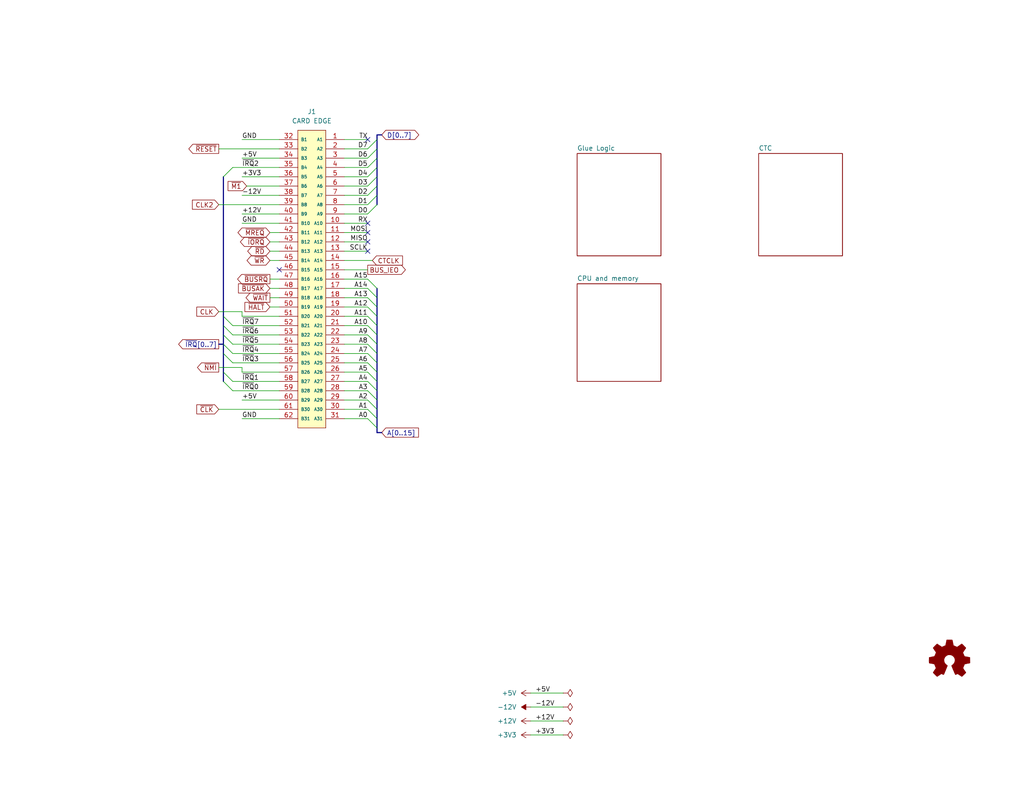
<source format=kicad_sch>
(kicad_sch (version 20230121) (generator eeschema)
  (paper "USLetter")
  (title_block (title "Core component card") (date "2023-09-20") (rev "3") (company "Frédéric Segard, aka Micro Hobbyist") (comment 1 "youtune.com/@microhobbyist") (comment 2 "github.com/fredericsegard") (comment 4 "I want to thank John Winans, Grant Searle and Sergey Kiselev for inspiring me."))
  (lib_symbols
    (symbol "0_Library:ISA_CARD_CONNECTOR_8BIT" (pin_names (offset 0.762))
      (property "Reference" "J" (at 0 3.81 0))
      (property "Value" "ISA" (at 0 1.27 0))
      (symbol "ISA_CARD_CONNECTOR_8BIT_0_0"
        (pin passive line (at 8.89 -2.54 180) (length 5.08) (name "A1") (number "1"))
        (pin passive line (at 8.89 -25.4 180) (length 5.08) (name "A10") (number "10"))
        (pin passive line (at 8.89 -27.94 180) (length 5.08) (name "A11") (number "11"))
        (pin passive line (at 8.89 -30.48 180) (length 5.08) (name "A12") (number "12"))
        (pin passive line (at 8.89 -33.02 180) (length 5.08) (name "A13") (number "13"))
        (pin passive line (at 8.89 -35.56 180) (length 5.08) (name "A14") (number "14"))
        (pin passive line (at 8.89 -38.1 180) (length 5.08) (name "A15") (number "15"))
        (pin passive line (at 8.89 -40.64 180) (length 5.08) (name "A16") (number "16"))
        (pin passive line (at 8.89 -43.18 180) (length 5.08) (name "A17") (number "17"))
        (pin passive line (at 8.89 -45.72 180) (length 5.08) (name "A18") (number "18"))
        (pin passive line (at 8.89 -48.26 180) (length 5.08) (name "A19") (number "19"))
        (pin passive line (at 8.89 -5.08 180) (length 5.08) (name "A2") (number "2"))
        (pin passive line (at 8.89 -50.8 180) (length 5.08) (name "A20") (number "20"))
        (pin passive line (at 8.89 -53.34 180) (length 5.08) (name "A21") (number "21"))
        (pin passive line (at 8.89 -55.88 180) (length 5.08) (name "A22") (number "22"))
        (pin passive line (at 8.89 -58.42 180) (length 5.08) (name "A23") (number "23"))
        (pin passive line (at 8.89 -60.96 180) (length 5.08) (name "A24") (number "24"))
        (pin passive line (at 8.89 -63.5 180) (length 5.08) (name "A25") (number "25"))
        (pin passive line (at 8.89 -66.04 180) (length 5.08) (name "A26") (number "26"))
        (pin passive line (at 8.89 -68.58 180) (length 5.08) (name "A27") (number "27"))
        (pin passive line (at 8.89 -71.12 180) (length 5.08) (name "A28") (number "28"))
        (pin passive line (at 8.89 -73.66 180) (length 5.08) (name "A29") (number "29"))
        (pin passive line (at 8.89 -7.62 180) (length 5.08) (name "A3") (number "3"))
        (pin passive line (at 8.89 -76.2 180) (length 5.08) (name "A30") (number "30"))
        (pin passive line (at 8.89 -78.74 180) (length 5.08) (name "A31") (number "31"))
        (pin passive line (at -8.89 -2.54 0) (length 5.08) (name "B1") (number "32"))
        (pin passive line (at -8.89 -5.08 0) (length 5.08) (name "B2") (number "33"))
        (pin passive line (at -8.89 -7.62 0) (length 5.08) (name "B3") (number "34"))
        (pin passive line (at -8.89 -10.16 0) (length 5.08) (name "B4") (number "35"))
        (pin passive line (at -8.89 -12.7 0) (length 5.08) (name "B5") (number "36"))
        (pin passive line (at -8.89 -15.24 0) (length 5.08) (name "B6") (number "37"))
        (pin passive line (at -8.89 -17.78 0) (length 5.08) (name "B7") (number "38"))
        (pin passive line (at -8.89 -20.32 0) (length 5.08) (name "B8") (number "39"))
        (pin passive line (at 8.89 -10.16 180) (length 5.08) (name "A4") (number "4"))
        (pin passive line (at -8.89 -22.86 0) (length 5.08) (name "B9") (number "40"))
        (pin passive line (at -8.89 -25.4 0) (length 5.08) (name "B10") (number "41"))
        (pin passive line (at -8.89 -27.94 0) (length 5.08) (name "B11") (number "42"))
        (pin passive line (at -8.89 -30.48 0) (length 5.08) (name "B12") (number "43"))
        (pin passive line (at -8.89 -33.02 0) (length 5.08) (name "B13") (number "44"))
        (pin passive line (at -8.89 -35.56 0) (length 5.08) (name "B14") (number "45"))
        (pin passive line (at -8.89 -38.1 0) (length 5.08) (name "B15") (number "46"))
        (pin passive line (at -8.89 -40.64 0) (length 5.08) (name "B16") (number "47"))
        (pin passive line (at -8.89 -43.18 0) (length 5.08) (name "B17") (number "48"))
        (pin passive line (at -8.89 -45.72 0) (length 5.08) (name "B18") (number "49"))
        (pin passive line (at 8.89 -12.7 180) (length 5.08) (name "A5") (number "5"))
        (pin passive line (at -8.89 -48.26 0) (length 5.08) (name "B19") (number "50"))
        (pin passive line (at -8.89 -50.8 0) (length 5.08) (name "B20") (number "51"))
        (pin passive line (at -8.89 -53.34 0) (length 5.08) (name "B21") (number "52"))
        (pin passive line (at -8.89 -55.88 0) (length 5.08) (name "B22") (number "53"))
        (pin passive line (at -8.89 -58.42 0) (length 5.08) (name "B23") (number "54"))
        (pin passive line (at -8.89 -60.96 0) (length 5.08) (name "B24") (number "55"))
        (pin passive line (at -8.89 -63.5 0) (length 5.08) (name "B25") (number "56"))
        (pin passive line (at -8.89 -66.04 0) (length 5.08) (name "B26") (number "57"))
        (pin passive line (at -8.89 -68.58 0) (length 5.08) (name "B27") (number "58"))
        (pin passive line (at -8.89 -71.12 0) (length 5.08) (name "B28") (number "59"))
        (pin passive line (at 8.89 -15.24 180) (length 5.08) (name "A6") (number "6"))
        (pin passive line (at -8.89 -73.66 0) (length 5.08) (name "B29") (number "60"))
        (pin passive line (at -8.89 -76.2 0) (length 5.08) (name "B30") (number "61"))
        (pin passive line (at -8.89 -78.74 0) (length 5.08) (name "B31") (number "62"))
        (pin passive line (at 8.89 -17.78 180) (length 5.08) (name "A7") (number "7"))
        (pin passive line (at 8.89 -20.32 180) (length 5.08) (name "A8") (number "8"))
        (pin passive line (at 8.89 -22.86 180) (length 5.08) (name "A9") (number "9"))
      )
      (symbol "ISA_CARD_CONNECTOR_8BIT_0_1"
        (rectangle (start -3.81 0) (end 3.81 -81.28) (fill (type background)))
      )
    )
    (symbol "Graphic:Logo_Open_Hardware_Small" (in_bom no) (on_board no)
      (symbol "Logo_Open_Hardware_Small_0_1"
        (polyline (pts (xy 3.3528 -4.3434) (xy 3.302 -4.318) (xy 3.175 -4.2418) (xy 2.9972 -4.1148) (xy 2.7686 -3.9624) (xy 2.54 -3.81) (xy 2.3622 -3.7084) (xy 2.2352 -3.6068) (xy 2.1844 -3.5814) (xy 2.159 -3.6068) (xy 2.0574 -3.6576) (xy 1.905 -3.7338) (xy 1.8034 -3.7846) (xy 1.6764 -3.8354) (xy 1.6002 -3.8354) (xy 1.6002 -3.8354) (xy 1.5494 -3.7338) (xy 1.4732 -3.5306) (xy 1.3462 -3.302) (xy 1.2446 -3.0226) (xy 1.1176 -2.7178) (xy 0.9652 -2.413) (xy 0.8636 -2.1082) (xy 0.7366 -1.8288) (xy 0.6604 -1.6256) (xy 0.6096 -1.4732) (xy 0.5842 -1.397) (xy 0.5842 -1.397) (xy 0.6604 -1.3208) (xy 0.7874 -1.2446) (xy 1.0414 -1.016) (xy 1.2954 -0.6858) (xy 1.4478 -0.3302) (xy 1.524 0.0762) (xy 1.4732 0.4572) (xy 1.3208 0.8128) (xy 1.0668 1.143) (xy 0.762 1.3716) (xy 0.4064 1.524) (xy 0 1.5748) (xy -0.381 1.5494) (xy -0.7366 1.397) (xy -1.0668 1.143) (xy -1.2192 0.9906) (xy -1.397 0.6604) (xy -1.524 0.3048) (xy -1.524 0.2286) (xy -1.4986 -0.1778) (xy -1.397 -0.5334) (xy -1.1938 -0.8636) (xy -0.9144 -1.143) (xy -0.8636 -1.1684) (xy -0.7366 -1.27) (xy -0.635 -1.3462) (xy -0.5842 -1.397) (xy -1.0668 -2.5908) (xy -1.143 -2.794) (xy -1.2954 -3.1242) (xy -1.397 -3.4036) (xy -1.4986 -3.6322) (xy -1.5748 -3.7846) (xy -1.6002 -3.8354) (xy -1.6002 -3.8354) (xy -1.651 -3.8354) (xy -1.7272 -3.81) (xy -1.905 -3.7338) (xy -2.0066 -3.683) (xy -2.1336 -3.6068) (xy -2.2098 -3.5814) (xy -2.2606 -3.6068) (xy -2.3622 -3.683) (xy -2.54 -3.81) (xy -2.7686 -3.9624) (xy -2.9718 -4.0894) (xy -3.1496 -4.2164) (xy -3.302 -4.318) (xy -3.3528 -4.3434) (xy -3.3782 -4.3434) (xy -3.429 -4.318) (xy -3.5306 -4.2164) (xy -3.7084 -4.064) (xy -3.937 -3.8354) (xy -3.9624 -3.81) (xy -4.1656 -3.6068) (xy -4.318 -3.4544) (xy -4.4196 -3.3274) (xy -4.445 -3.2766) (xy -4.445 -3.2766) (xy -4.4196 -3.2258) (xy -4.318 -3.0734) (xy -4.2164 -2.8956) (xy -4.064 -2.667) (xy -3.6576 -2.0828) (xy -3.8862 -1.5494) (xy -3.937 -1.3716) (xy -4.0386 -1.1684) (xy -4.0894 -1.0414) (xy -4.1148 -0.9652) (xy -4.191 -0.9398) (xy -4.318 -0.9144) (xy -4.5466 -0.8636) (xy -4.8006 -0.8128) (xy -5.0546 -0.7874) (xy -5.2578 -0.7366) (xy -5.4356 -0.7112) (xy -5.5118 -0.6858) (xy -5.5118 -0.6858) (xy -5.5372 -0.635) (xy -5.5372 -0.5588) (xy -5.5372 -0.4318) (xy -5.5626 -0.2286) (xy -5.5626 0.0762) (xy -5.5626 0.127) (xy -5.5372 0.4064) (xy -5.5372 0.635) (xy -5.5372 0.762) (xy -5.5372 0.8382) (xy -5.5372 0.8382) (xy -5.461 0.8382) (xy -5.3086 0.889) (xy -5.08 0.9144) (xy -4.826 0.9652) (xy -4.8006 0.9906) (xy -4.5466 1.0414) (xy -4.318 1.0668) (xy -4.1656 1.1176) (xy -4.0894 1.143) (xy -4.0894 1.143) (xy -4.0386 1.2446) (xy -3.9624 1.4224) (xy -3.8608 1.6256) (xy -3.7846 1.8288) (xy -3.7084 2.0066) (xy -3.6576 2.159) (xy -3.6322 2.2098) (xy -3.6322 2.2098) (xy -3.683 2.286) (xy -3.7592 2.413) (xy -3.8862 2.5908) (xy -4.064 2.8194) (xy -4.064 2.8448) (xy -4.2164 3.0734) (xy -4.3434 3.2512) (xy -4.4196 3.3782) (xy -4.445 3.4544) (xy -4.445 3.4544) (xy -4.3942 3.5052) (xy -4.2926 3.6322) (xy -4.1148 3.81) (xy -3.937 4.0132) (xy -3.8608 4.064) (xy -3.6576 4.2926) (xy -3.5052 4.4196) (xy -3.4036 4.4958) (xy -3.3528 4.5212) (xy -3.3528 4.5212) (xy -3.302 4.4704) (xy -3.1496 4.3688) (xy -2.9718 4.2418) (xy -2.7432 4.0894) (xy -2.7178 4.0894) (xy -2.4892 3.937) (xy -2.3114 3.81) (xy -2.1844 3.7084) (xy -2.1336 3.683) (xy -2.1082 3.683) (xy -2.032 3.7084) (xy -1.8542 3.7592) (xy -1.6764 3.8354) (xy -1.4732 3.937) (xy -1.27 4.0132) (xy -1.143 4.064) (xy -1.0668 4.1148) (xy -1.0668 4.1148) (xy -1.0414 4.191) (xy -1.016 4.3434) (xy -0.9652 4.572) (xy -0.9144 4.8514) (xy -0.889 4.9022) (xy -0.8382 5.1562) (xy -0.8128 5.3848) (xy -0.7874 5.5372) (xy -0.762 5.588) (xy -0.7112 5.6134) (xy -0.5842 5.6134) (xy -0.4064 5.6134) (xy -0.1524 5.6134) (xy 0.0762 5.6134) (xy 0.3302 5.6134) (xy 0.5334 5.6134) (xy 0.6858 5.588) (xy 0.7366 5.588) (xy 0.7366 5.588) (xy 0.762 5.5118) (xy 0.8128 5.334) (xy 0.8382 5.1054) (xy 0.9144 4.826) (xy 0.9144 4.7752) (xy 0.9652 4.5212) (xy 1.016 4.2926) (xy 1.0414 4.1402) (xy 1.0668 4.0894) (xy 1.0668 4.0894) (xy 1.1938 4.0386) (xy 1.3716 3.9624) (xy 1.5748 3.8608) (xy 2.0828 3.6576) (xy 2.7178 4.0894) (xy 2.7686 4.1402) (xy 2.9972 4.2926) (xy 3.175 4.4196) (xy 3.302 4.4958) (xy 3.3782 4.5212) (xy 3.3782 4.5212) (xy 3.429 4.4704) (xy 3.556 4.3434) (xy 3.7338 4.191) (xy 3.9116 3.9878) (xy 4.064 3.8354) (xy 4.2418 3.6576) (xy 4.3434 3.556) (xy 4.4196 3.4798) (xy 4.4196 3.429) (xy 4.4196 3.4036) (xy 4.3942 3.3274) (xy 4.2926 3.2004) (xy 4.1656 2.9972) (xy 4.0132 2.794) (xy 3.8862 2.5908) (xy 3.7592 2.3876) (xy 3.6576 2.2352) (xy 3.6322 2.159) (xy 3.6322 2.1336) (xy 3.683 2.0066) (xy 3.7592 1.8288) (xy 3.8608 1.6002) (xy 4.064 1.1176) (xy 4.3942 1.0414) (xy 4.5974 1.016) (xy 4.8768 0.9652) (xy 5.1308 0.9144) (xy 5.5372 0.8382) (xy 5.5626 -0.6604) (xy 5.4864 -0.6858) (xy 5.4356 -0.6858) (xy 5.2832 -0.7366) (xy 5.0546 -0.762) (xy 4.8006 -0.8128) (xy 4.5974 -0.8636) (xy 4.3688 -0.9144) (xy 4.2164 -0.9398) (xy 4.1402 -0.9398) (xy 4.1148 -0.9652) (xy 4.064 -1.0668) (xy 3.9878 -1.2446) (xy 3.9116 -1.4478) (xy 3.81 -1.651) (xy 3.7338 -1.8542) (xy 3.683 -2.0066) (xy 3.6576 -2.0828) (xy 3.683 -2.1336) (xy 3.7846 -2.2606) (xy 3.8862 -2.4638) (xy 4.0386 -2.667) (xy 4.191 -2.8956) (xy 4.318 -3.0734) (xy 4.3942 -3.2004) (xy 4.445 -3.2766) (xy 4.4196 -3.3274) (xy 4.3434 -3.429) (xy 4.1656 -3.5814) (xy 3.937 -3.8354) (xy 3.8862 -3.8608) (xy 3.683 -4.064) (xy 3.5306 -4.2164) (xy 3.4036 -4.318) (xy 3.3528 -4.3434)) (fill (type outline)))
      )
    )
    (symbol "power:+12V" (power) (pin_names (offset 0))
      (property "Value" "+12V" (at 0 3.556 0))
      (symbol "+12V_0_1"
        (polyline (pts (xy -0.762 1.27) (xy 0 2.54)))
        (polyline (pts (xy 0 0) (xy 0 2.54)))
        (polyline (pts (xy 0 2.54) (xy 0.762 1.27)))
      )
      (symbol "+12V_1_1"
        (pin power_in line (at 0 0 90) (length 0) hide (name "+12V") (number "1"))
      )
    )
    (symbol "power:+3V3" (power) (pin_names (offset 0))
      (property "Value" "+3V3" (at 0 3.556 0))
      (symbol "+3V3_0_1"
        (polyline (pts (xy -0.762 1.27) (xy 0 2.54)))
        (polyline (pts (xy 0 0) (xy 0 2.54)))
        (polyline (pts (xy 0 2.54) (xy 0.762 1.27)))
      )
      (symbol "+3V3_1_1"
        (pin power_in line (at 0 0 90) (length 0) hide (name "+3V3") (number "1"))
      )
    )
    (symbol "power:+5V" (power) (pin_names (offset 0))
      (property "Value" "+5V" (at 0 3.556 0))
      (symbol "+5V_0_1"
        (polyline (pts (xy -0.762 1.27) (xy 0 2.54)))
        (polyline (pts (xy 0 0) (xy 0 2.54)))
        (polyline (pts (xy 0 2.54) (xy 0.762 1.27)))
      )
      (symbol "+5V_1_1"
        (pin power_in line (at 0 0 90) (length 0) hide (name "+5V") (number "1"))
      )
    )
    (symbol "power:-12V" (power) (pin_names (offset 0))
      (property "Value" "-12V" (at 0 3.81 0))
      (symbol "-12V_0_0"
        (pin power_in line (at 0 0 90) (length 0) hide (name "-12V") (number "1"))
      )
      (symbol "-12V_0_1"
        (polyline (pts (xy 0 0) (xy 0 1.27) (xy 0.762 1.27) (xy 0 2.54) (xy -0.762 1.27) (xy 0 1.27)) (fill (type outline)))
      )
    )
    (symbol "power:PWR_FLAG" (power) (pin_numbers hide) (pin_names (offset 0) hide)
      (property "Value" "PWR_FLAG" (at 0 3.81 0))
      (symbol "PWR_FLAG_0_0"
        (pin power_out line (at 0 0 90) (length 0) (name "pwr") (number "1"))
      )
      (symbol "PWR_FLAG_0_1"
        (polyline (pts (xy 0 0) (xy 0 1.27) (xy -1.016 1.905) (xy 0 2.54) (xy 1.016 1.905) (xy 0 1.27)))
      )
    )
  )
  (no_connect (at 100.33 68.58))
  (no_connect (at 100.33 38.1))
  (no_connect (at 100.33 63.5))
  (no_connect (at 76.2 73.66))
  (no_connect (at 100.33 60.96))
  (no_connect (at 100.33 66.04))
  (bus_entry (at 100.33 101.6) (size 2.54 2.54))
  (bus_entry (at 63.5 88.9) (size -2.54 -2.54))
  (bus_entry (at 63.5 96.52) (size -2.54 -2.54))
  (bus_entry (at 63.5 91.44) (size -2.54 -2.54))
  (bus_entry (at 100.33 53.34) (size 2.54 -2.54))
  (bus_entry (at 100.33 48.26) (size 2.54 -2.54))
  (bus_entry (at 100.33 111.76) (size 2.54 2.54))
  (bus_entry (at 100.33 78.74) (size 2.54 2.54))
  (bus_entry (at 100.33 99.06) (size 2.54 2.54))
  (bus_entry (at 100.33 43.18) (size 2.54 -2.54))
  (bus_entry (at 63.5 93.98) (size -2.54 -2.54))
  (bus_entry (at 100.33 58.42) (size 2.54 -2.54))
  (bus_entry (at 100.33 55.88) (size 2.54 -2.54))
  (bus_entry (at 100.33 93.98) (size 2.54 2.54))
  (bus_entry (at 100.33 114.3) (size 2.54 2.54))
  (bus_entry (at 100.33 104.14) (size 2.54 2.54))
  (bus_entry (at 100.33 91.44) (size 2.54 2.54))
  (bus_entry (at 100.33 88.9) (size 2.54 2.54))
  (bus_entry (at 100.33 86.36) (size 2.54 2.54))
  (bus_entry (at 60.96 48.26) (size 2.54 -2.54))
  (bus_entry (at 100.33 96.52) (size 2.54 2.54))
  (bus_entry (at 100.33 50.8) (size 2.54 -2.54))
  (bus_entry (at 100.33 109.22) (size 2.54 2.54))
  (bus_entry (at 60.96 104.14) (size 2.54 2.54))
  (bus_entry (at 100.33 106.68) (size 2.54 2.54))
  (bus_entry (at 63.5 99.06) (size -2.54 -2.54))
  (bus_entry (at 100.33 83.82) (size 2.54 2.54))
  (bus_entry (at 100.33 45.72) (size 2.54 -2.54))
  (bus_entry (at 60.96 101.6) (size 2.54 2.54))
  (bus_entry (at 100.33 40.64) (size 2.54 -2.54))
  (bus_entry (at 100.33 76.2) (size 2.54 2.54))
  (bus_entry (at 100.33 81.28) (size 2.54 2.54))
  (bus (pts (xy 102.87 101.6) (xy 102.87 104.14)))
  (wire (pts (xy 63.5 99.06) (xy 76.2 99.06)))
  (wire (pts (xy 67.31 50.8) (xy 76.2 50.8)))
  (wire (pts (xy 66.04 38.1) (xy 76.2 38.1)))
  (wire (pts (xy 144.78 193.04) (xy 153.67 193.04)))
  (wire (pts (xy 59.69 100.33) (xy 66.04 100.33)))
  (wire (pts (xy 63.5 104.14) (xy 76.2 104.14)))
  (wire (pts (xy 73.66 78.74) (xy 76.2 78.74)))
  (wire (pts (xy 66.04 114.3) (xy 76.2 114.3)))
  (wire (pts (xy 144.78 200.66) (xy 153.67 200.66)))
  (wire (pts (xy 66.04 58.42) (xy 76.2 58.42)))
  (bus (pts (xy 102.87 45.72) (xy 102.87 43.18)))
  (wire (pts (xy 66.04 109.22) (xy 76.2 109.22)))
  (wire (pts (xy 93.98 99.06) (xy 100.33 99.06)))
  (wire (pts (xy 93.98 76.2) (xy 100.33 76.2)))
  (wire (pts (xy 93.98 60.96) (xy 100.33 60.96)))
  (bus (pts (xy 102.87 114.3) (xy 102.87 116.84)))
  (wire (pts (xy 66.04 60.96) (xy 76.2 60.96)))
  (bus (pts (xy 102.87 106.68) (xy 102.87 109.22)))
  (bus (pts (xy 60.96 96.52) (xy 60.96 101.6)))
  (wire (pts (xy 93.98 66.04) (xy 100.33 66.04)))
  (wire (pts (xy 93.98 104.14) (xy 100.33 104.14)))
  (wire (pts (xy 100.33 86.36) (xy 93.98 86.36)))
  (wire (pts (xy 93.98 43.18) (xy 100.33 43.18)))
  (wire (pts (xy 63.5 91.44) (xy 76.2 91.44)))
  (wire (pts (xy 63.5 88.9) (xy 76.2 88.9)))
  (bus (pts (xy 60.96 101.6) (xy 60.96 104.14)))
  (wire (pts (xy 66.04 48.26) (xy 76.2 48.26)))
  (bus (pts (xy 102.87 55.88) (xy 102.87 53.34)))
  (wire (pts (xy 73.66 66.04) (xy 76.2 66.04)))
  (wire (pts (xy 93.98 40.64) (xy 100.33 40.64)))
  (wire (pts (xy 93.98 78.74) (xy 100.33 78.74)))
  (wire (pts (xy 93.98 53.34) (xy 100.33 53.34)))
  (wire (pts (xy 93.98 91.44) (xy 100.33 91.44)))
  (wire (pts (xy 73.66 76.2) (xy 76.2 76.2)))
  (wire (pts (xy 63.5 93.98) (xy 76.2 93.98)))
  (bus (pts (xy 102.87 83.82) (xy 102.87 86.36)))
  (wire (pts (xy 66.04 101.6) (xy 76.2 101.6)))
  (wire (pts (xy 59.69 85.09) (xy 66.04 85.09)))
  (wire (pts (xy 100.33 83.82) (xy 93.98 83.82)))
  (bus (pts (xy 102.87 116.84) (xy 102.87 118.11)))
  (wire (pts (xy 66.04 86.36) (xy 66.04 85.09)))
  (bus (pts (xy 102.87 38.1) (xy 102.87 36.83)))
  (bus (pts (xy 60.96 48.26) (xy 60.96 86.36)))
  (wire (pts (xy 93.98 45.72) (xy 100.33 45.72)))
  (wire (pts (xy 93.98 88.9) (xy 100.33 88.9)))
  (wire (pts (xy 66.04 100.33) (xy 66.04 101.6)))
  (bus (pts (xy 102.87 53.34) (xy 102.87 50.8)))
  (wire (pts (xy 66.04 43.18) (xy 76.2 43.18)))
  (wire (pts (xy 93.98 96.52) (xy 100.33 96.52)))
  (bus (pts (xy 102.87 111.76) (xy 102.87 114.3)))
  (wire (pts (xy 93.98 106.68) (xy 100.33 106.68)))
  (bus (pts (xy 102.87 81.28) (xy 102.87 83.82)))
  (wire (pts (xy 144.78 196.85) (xy 153.67 196.85)))
  (wire (pts (xy 63.5 96.52) (xy 76.2 96.52)))
  (wire (pts (xy 73.66 71.12) (xy 76.2 71.12)))
  (wire (pts (xy 93.98 93.98) (xy 100.33 93.98)))
  (wire (pts (xy 93.98 48.26) (xy 100.33 48.26)))
  (wire (pts (xy 100.33 81.28) (xy 93.98 81.28)))
  (wire (pts (xy 101.6 71.12) (xy 93.98 71.12)))
  (wire (pts (xy 63.5 106.68) (xy 76.2 106.68)))
  (bus (pts (xy 60.96 86.36) (xy 60.96 88.9)))
  (wire (pts (xy 93.98 109.22) (xy 100.33 109.22)))
  (wire (pts (xy 59.69 40.64) (xy 76.2 40.64)))
  (bus (pts (xy 102.87 78.74) (xy 102.87 81.28)))
  (bus (pts (xy 102.87 50.8) (xy 102.87 48.26)))
  (bus (pts (xy 102.87 48.26) (xy 102.87 45.72)))
  (bus (pts (xy 102.87 91.44) (xy 102.87 93.98)))
  (wire (pts (xy 93.98 38.1) (xy 100.33 38.1)))
  (wire (pts (xy 93.98 50.8) (xy 100.33 50.8)))
  (bus (pts (xy 102.87 86.36) (xy 102.87 88.9)))
  (wire (pts (xy 93.98 101.6) (xy 100.33 101.6)))
  (wire (pts (xy 63.5 45.72) (xy 76.2 45.72)))
  (bus (pts (xy 102.87 88.9) (xy 102.87 91.44)))
  (wire (pts (xy 59.69 111.76) (xy 76.2 111.76)))
  (bus (pts (xy 102.87 93.98) (xy 102.87 96.52)))
  (bus (pts (xy 102.87 99.06) (xy 102.87 101.6)))
  (wire (pts (xy 93.98 73.66) (xy 100.33 73.66)))
  (wire (pts (xy 93.98 114.3) (xy 100.33 114.3)))
  (wire (pts (xy 144.78 189.23) (xy 153.67 189.23)))
  (wire (pts (xy 73.66 83.82) (xy 76.2 83.82)))
  (wire (pts (xy 73.66 81.28) (xy 76.2 81.28)))
  (wire (pts (xy 66.04 53.34) (xy 76.2 53.34)))
  (bus (pts (xy 102.87 36.83) (xy 104.14 36.83)))
  (bus (pts (xy 59.69 93.98) (xy 60.96 93.98)))
  (wire (pts (xy 59.69 55.88) (xy 76.2 55.88)))
  (bus (pts (xy 102.87 40.64) (xy 102.87 38.1)))
  (wire (pts (xy 76.2 86.36) (xy 66.04 86.36)))
  (wire (pts (xy 73.66 63.5) (xy 76.2 63.5)))
  (wire (pts (xy 93.98 63.5) (xy 100.33 63.5)))
  (bus (pts (xy 102.87 109.22) (xy 102.87 111.76)))
  (bus (pts (xy 102.87 96.52) (xy 102.87 99.06)))
  (wire (pts (xy 93.98 68.58) (xy 100.33 68.58)))
  (wire (pts (xy 93.98 111.76) (xy 100.33 111.76)))
  (bus (pts (xy 102.87 104.14) (xy 102.87 106.68)))
  (bus (pts (xy 60.96 91.44) (xy 60.96 93.98)))
  (wire (pts (xy 93.98 55.88) (xy 100.33 55.88)))
  (bus (pts (xy 102.87 43.18) (xy 102.87 40.64)))
  (bus (pts (xy 60.96 93.98) (xy 60.96 96.52)))
  (bus (pts (xy 102.87 118.11) (xy 104.14 118.11)))
  (bus (pts (xy 60.96 88.9) (xy 60.96 91.44)))
  (wire (pts (xy 93.98 58.42) (xy 100.33 58.42)))
  (wire (pts (xy 73.66 68.58) (xy 76.2 68.58)))
  (label "D4" (at 100.33 48.26 180))
  (label "D2" (at 100.33 53.34 180))
  (label "MOSI" (at 100.33 63.5 180))
  (label "GND" (at 66.04 114.3 0))
  (label "-12V" (at 66.04 53.34 0))
  (label "D3" (at 100.33 50.8 180))
  (label "D7" (at 100.33 40.64 180))
  (label "RX" (at 100.33 60.96 180))
  (label "~{IRQ}0" (at 66.04 106.68 0))
  (label "GND" (at 66.04 60.96 0))
  (label "A2" (at 100.33 109.22 180))
  (label "A12" (at 100.33 83.82 180))
  (label "MISO" (at 100.33 66.04 180))
  (label "D5" (at 100.33 45.72 180))
  (label "GND" (at 66.04 38.1 0))
  (label "~{IRQ}5" (at 66.04 93.98 0))
  (label "A13" (at 100.33 81.28 180))
  (label "D1" (at 100.33 55.88 180))
  (label "~{IRQ}3" (at 66.04 99.06 0))
  (label "~{IRQ}2" (at 66.04 45.72 0))
  (label "TX" (at 100.33 38.1 180))
  (label "~{IRQ}6" (at 66.04 91.44 0))
  (label "A8" (at 100.33 93.98 180))
  (label "+3V3" (at 66.04 48.26 0))
  (label "A6" (at 100.33 99.06 180))
  (label "A5" (at 100.33 101.6 180))
  (label "A3" (at 100.33 106.68 180))
  (label "+5V" (at 66.04 43.18 0))
  (label "D6" (at 100.33 43.18 180))
  (label "+3V3" (at 146.05 200.66 0))
  (label "A14" (at 100.33 78.74 180))
  (label "SCLK" (at 100.33 68.58 180))
  (label "-12V" (at 146.05 193.04 0))
  (label "A10" (at 100.33 88.9 180))
  (label "+12V" (at 146.05 196.85 0))
  (label "+5V" (at 66.04 109.22 0))
  (label "A11" (at 100.33 86.36 180))
  (label "A7" (at 100.33 96.52 180))
  (label "A15" (at 100.33 76.2 180))
  (label "+5V" (at 146.05 189.23 0))
  (label "A0" (at 100.33 114.3 180))
  (label "+12V" (at 66.04 58.42 0))
  (label "A9" (at 100.33 91.44 180))
  (label "D0" (at 100.33 58.42 180))
  (label "~{IRQ}7" (at 66.04 88.9 0))
  (label "A4" (at 100.33 104.14 180))
  (label "~{IRQ}1" (at 66.04 104.14 0))
  (label "A1" (at 100.33 111.76 180))
  (label "~{IRQ}4" (at 66.04 96.52 0))
  (global_label "~{IRQ}[0..7]" (shape output) (at 59.69 93.98 180) (property "Intersheetrefs" "${INTERSHEET_REFS}" (effects hide)))
  (global_label "CLK" (shape input) (at 59.69 85.09 180) (property "Intersheetrefs" "${INTERSHEET_REFS}" (effects hide)))
  (global_label "CLK2" (shape input) (at 59.69 55.88 180) (property "Intersheetrefs" "${INTERSHEET_REFS}" (effects hide)))
  (global_label "~{M1}" (shape input) (at 67.31 50.8 180) (property "Intersheetrefs" "${INTERSHEET_REFS}" (effects hide)))
  (global_label "A[0..15]" (shape input) (at 104.14 118.11 0) (property "Intersheetrefs" "${INTERSHEET_REFS}" (effects hide)))
  (global_label "BUS_IEO" (shape output) (at 100.33 73.66 0) (property "Intersheetrefs" "${INTERSHEET_REFS}" (effects hide)))
  (global_label "~{WAIT}" (shape output) (at 73.66 81.28 180) (property "Intersheetrefs" "${INTERSHEET_REFS}" (effects hide)))
  (global_label "~{HALT}" (shape input) (at 73.66 83.82 180) (property "Intersheetrefs" "${INTERSHEET_REFS}" (effects hide)))
  (global_label "~{RD}" (shape tri_state) (at 73.66 68.58 180) (property "Intersheetrefs" "${INTERSHEET_REFS}" (effects hide)))
  (global_label "~{IORQ}" (shape tri_state) (at 73.66 66.04 180) (property "Intersheetrefs" "${INTERSHEET_REFS}" (effects hide)))
  (global_label "~{BUSRQ}" (shape output) (at 73.66 76.2 180) (property "Intersheetrefs" "${INTERSHEET_REFS}" (effects hide)))
  (global_label "~{WR}" (shape tri_state) (at 73.66 71.12 180) (property "Intersheetrefs" "${INTERSHEET_REFS}" (effects hide)))
  (global_label "~{BUSAK}" (shape input) (at 73.66 78.74 180) (property "Intersheetrefs" "${INTERSHEET_REFS}" (effects hide)))
  (global_label "CTCLK" (shape input) (at 101.6 71.12 0) (property "Intersheetrefs" "${INTERSHEET_REFS}" (effects hide)))
  (global_label "D[0..7]" (shape tri_state) (at 104.14 36.83 0) (property "Intersheetrefs" "${INTERSHEET_REFS}" (effects hide)))
  (global_label "~{NMI}" (shape output) (at 59.69 100.33 180) (property "Intersheetrefs" "${INTERSHEET_REFS}" (effects hide)))
  (global_label "~{RESET}" (shape output) (at 59.69 40.64 180) (property "Intersheetrefs" "${INTERSHEET_REFS}" (effects hide)))
  (global_label "~{CLK}" (shape input) (at 59.69 111.76 180) (property "Intersheetrefs" "${INTERSHEET_REFS}" (effects hide)))
  (global_label "~{MREQ}" (shape tri_state) (at 73.66 63.5 180) (property "Intersheetrefs" "${INTERSHEET_REFS}" (effects hide)))
  (symbol (lib_id "power:PWR_FLAG") (at 153.67 189.23 270) (unit 1)
    (property "Reference" "#FLG01" (effects hide))
    (property "Value" "PWR_FLAG" (effects hide))
  )
  (symbol (lib_id "power:+3V3") (at 144.78 200.66 90) (unit 1)
    (property "Reference" "#PWR023" (effects hide))
    (property "Value" "+3V3" (at 140.97 200.66 90) (effects (justify left)))
  )
  (symbol (lib_id "power:-12V") (at 144.78 193.04 90) (unit 1)
    (property "Reference" "#PWR021" (effects hide))
    (property "Value" "-12V" (at 140.97 193.04 90) (effects (justify left)))
  )
  (symbol (lib_id "Graphic:Logo_Open_Hardware_Small") (at 259.08 180.34 0) (unit 1) (in_bom no)
    (property "Reference" "#LOGO1" (effects hide))
    (property "Value" "Logo_Open_Hardware_Small" (effects hide))
    (property "Footprint" "Symbol:OSHW-Logo2_9.8x8mm_SilkScreen" (effects hide))
    (property "Sim.Enable" "0" (effects hide))
  )
  (symbol (lib_id "power:PWR_FLAG") (at 153.67 200.66 270) (unit 1)
    (property "Reference" "#FLG04" (effects hide))
    (property "Value" "PWR_FLAG" (effects hide))
  )
  (symbol (lib_id "power:PWR_FLAG") (at 153.67 196.85 270) (unit 1)
    (property "Reference" "#FLG03" (effects hide))
    (property "Value" "PWR_FLAG" (effects hide))
  )
  (symbol (lib_id "power:+12V") (at 144.78 196.85 90) (unit 1)
    (property "Reference" "#PWR022" (effects hide))
    (property "Value" "+12V" (at 140.97 196.85 90) (effects (justify left)))
  )
  (symbol (lib_id "power:+5V") (at 144.78 189.23 90) (unit 1)
    (property "Reference" "#PWR020" (effects hide))
    (property "Value" "+5V" (at 140.97 189.23 90) (effects (justify left)))
  )
  (symbol (lib_id "power:PWR_FLAG") (at 153.67 193.04 270) (unit 1)
    (property "Reference" "#FLG02" (effects hide))
    (property "Value" "PWR_FLAG" (effects hide))
  )
  (symbol (lib_id "0_Library:ISA_CARD_CONNECTOR_8BIT") (at 85.09 35.56 0) (unit 1)
    (property "Reference" "J1" (at 85.09 30.48 0))
    (property "Value" "CARD EDGE" (at 85.09 33.02 0))
    (property "Footprint" "0_Library:BUS_XT v2" (effects hide))
    (property "Datasheet" "https://www.te.com/commerce/DocumentDelivery/DDEController?Action=showdoc&DocId=Customer+Drawing%7F5530843%7FF8%7Fpdf%7FEnglish%7FENG_CD_5530843_F8.pdf%7F6-5530843-5" (effects hide))
    (property "Description" "Standard Card Edge Connectors 100 VRT 062DP" (effects hide))
    (property "Height" "15.494" (effects hide))
    (property "Mouser Part Number" "571-6-5530843-5" (effects hide))
    (property "Mouser Price/Stock" "https://www.mouser.co.uk/ProductDetail/TE-Connectivity/6-5530843-5?qs=X1mjqRbeMc4evMKvgkFEjA%3D%3D" (effects hide))
    (property "Manufacturer_Name" "TE Connectivity" (effects hide))
    (property "Manufacturer_Part_Number" "6-5530843-5" (effects hide))
  )
  (sheet (at 157.48 41.91) (size 22.86 27.94) (stroke (width 0.1524))
    (property "Sheetname" "Glue Logic" (at 157.48 41.1984 0) (effects (justify left bottom)))
    (property "Sheetfile" "GlueLogic.kicad_sch" (effects hide))
  )
  (sheet (at 207.01 41.91) (size 22.86 27.94) (stroke (width 0.1524))
    (property "Sheetname" "CTC" (at 207.01 41.1984 0) (effects (justify left bottom)))
    (property "Sheetfile" "CTC.kicad_sch" (effects hide))
  )
  (sheet (at 157.48 77.47) (size 22.86 26.67) (stroke (width 0.1524))
    (property "Sheetname" "CPU and memory" (at 157.48 76.7584 0) (effects (justify left bottom)))
    (property "Sheetfile" "CPUandMemory.kicad_sch" (effects hide))
  )
)
</source>
